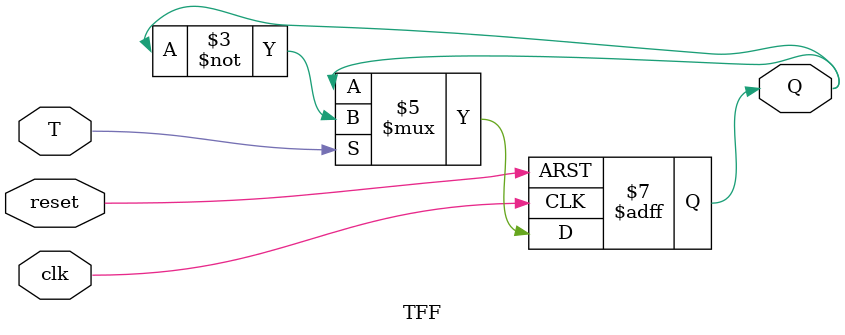
<source format=v>
module seqTff(clk, reset, Q);
input clk, reset;
output [0:2] Q;          // Q[0]=LSB, Q[2]=MSB

TFF TFF_1(Q[1], clk, Q[0], reset);                    // Tc = Q[1]
TFF TFF_2(Q[2], clk, Q[1], reset);                    // Tb = Q[2]
TFF TFF_3((~Q[2]) | (Q[0] & Q[1]), clk, Q[2], reset); // Ta = (~Q[2]) | (Q[0]&Q[1])

endmodule


module TFF(T, clk, Q, reset);
input T, clk, reset;
output reg Q;

always @(posedge clk or negedge reset)
begin
  if (!reset)
    Q <= 1'b0;          // Asynchronous reset
  else if (T)
    Q <= ~Q;            // Toggle when T=1
  else
    Q <= Q;             // Hold state
end
endmodule


</source>
